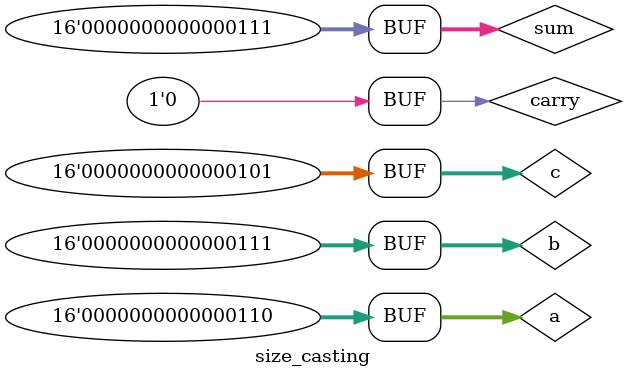
<source format=sv>
module size_casting;
  logic [15:0] a,b,c, sum;
  logic carry;
  initial begin
    $monitor("a=%0d b=%0d c= %0d sum=%0d carry=%0d",a,b,c,sum,carry);
    a = 16'(6);
    b = 16'(7);
    c = 16'(5);
    #10;
    sum = a + 16'(5);
    #10;
    {carry, sum } = 17'(a+b);
    #10;
    sum = a + 16'(b-2)/c;
    #10;
  end
endmodule

</source>
